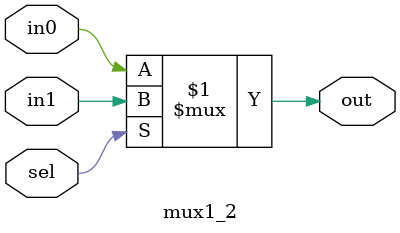
<source format=v>
/*
   CS/ECE 552, Fall '22
   Homework #3, Problem #1
  
   This module creates a mux with 2 1-bit data inputs.
   It also has a 1-bit data select and a single data output.
*/
module mux1_2 (
                // Outputs
                out,
                // Inputs
                in0, in1, sel
                );
	input in0;
	input in1;
	input sel;
	output out;
	
   	assign out = (sel ? in1 : in0);
   	
endmodule

</source>
